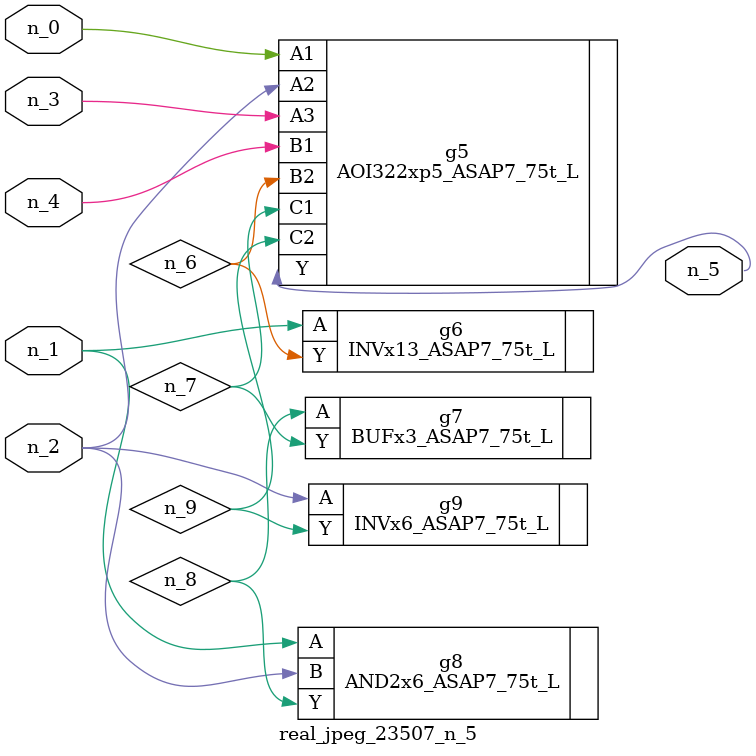
<source format=v>
module real_jpeg_23507_n_5 (n_4, n_0, n_1, n_2, n_3, n_5);

input n_4;
input n_0;
input n_1;
input n_2;
input n_3;

output n_5;

wire n_8;
wire n_6;
wire n_7;
wire n_9;

AOI322xp5_ASAP7_75t_L g5 ( 
.A1(n_0),
.A2(n_2),
.A3(n_3),
.B1(n_4),
.B2(n_6),
.C1(n_7),
.C2(n_9),
.Y(n_5)
);

INVx13_ASAP7_75t_L g6 ( 
.A(n_1),
.Y(n_6)
);

AND2x6_ASAP7_75t_L g8 ( 
.A(n_1),
.B(n_2),
.Y(n_8)
);

INVx6_ASAP7_75t_L g9 ( 
.A(n_2),
.Y(n_9)
);

BUFx3_ASAP7_75t_L g7 ( 
.A(n_8),
.Y(n_7)
);


endmodule
</source>
